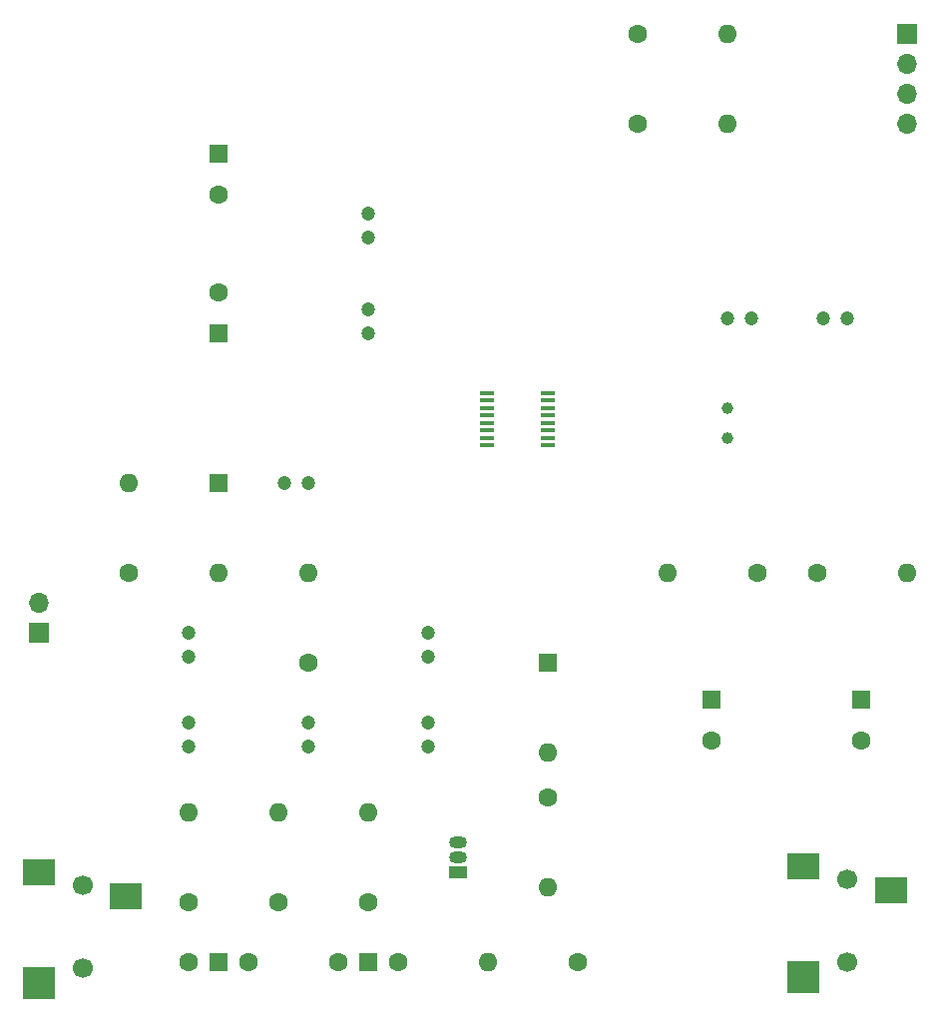
<source format=gbr>
%TF.GenerationSoftware,KiCad,Pcbnew,8.0.4*%
%TF.CreationDate,2024-11-30T00:07:58+09:00*%
%TF.ProjectId,radio_I2C,72616469-6f5f-4493-9243-2e6b69636164,rev?*%
%TF.SameCoordinates,Original*%
%TF.FileFunction,Soldermask,Top*%
%TF.FilePolarity,Negative*%
%FSLAX46Y46*%
G04 Gerber Fmt 4.6, Leading zero omitted, Abs format (unit mm)*
G04 Created by KiCad (PCBNEW 8.0.4) date 2024-11-30 00:07:58*
%MOMM*%
%LPD*%
G01*
G04 APERTURE LIST*
%ADD10R,1.600000X1.600000*%
%ADD11C,1.600000*%
%ADD12R,1.700000X1.700000*%
%ADD13O,1.700000X1.700000*%
%ADD14O,1.600000X1.600000*%
%ADD15R,1.500000X1.500000*%
%ADD16C,1.200000*%
%ADD17C,1.000000*%
%ADD18C,1.700000*%
%ADD19R,2.800000X2.200000*%
%ADD20R,2.800000X2.800000*%
%ADD21R,1.200000X0.400000*%
%ADD22R,1.500000X1.050000*%
%ADD23O,1.500000X1.050000*%
G04 APERTURE END LIST*
D10*
%TO.C,C8*%
X184040000Y-104700000D03*
D11*
X184040000Y-108200000D03*
%TD*%
D12*
%TO.C,J4*%
X114300000Y-99060000D03*
D13*
X114300000Y-96520000D03*
%TD*%
D10*
%TO.C,D2*%
X129540000Y-86360000D03*
D14*
X121920000Y-86360000D03*
%TD*%
D15*
%TO.C,SW2*%
X142240000Y-127000000D03*
D11*
X139700000Y-127000000D03*
X144780000Y-127000000D03*
%TD*%
D16*
%TO.C,C6*%
X172720000Y-72390000D03*
X174720000Y-72390000D03*
%TD*%
%TO.C,C5*%
X180880000Y-72390000D03*
X182880000Y-72390000D03*
%TD*%
D10*
%TO.C,C9*%
X129540000Y-58420000D03*
D11*
X129540000Y-61920000D03*
%TD*%
D12*
%TO.C,J1*%
X187960000Y-48260000D03*
D13*
X187960000Y-50800000D03*
X187960000Y-53340000D03*
X187960000Y-55880000D03*
%TD*%
D17*
%TO.C,Y1*%
X172720000Y-82550000D03*
X172720000Y-80010000D03*
%TD*%
D16*
%TO.C,C3*%
X137160000Y-108680000D03*
X137160000Y-106680000D03*
%TD*%
D15*
%TO.C,SW1*%
X129540000Y-127000000D03*
D11*
X127000000Y-127000000D03*
X132080000Y-127000000D03*
%TD*%
%TO.C,L1*%
X127000000Y-121920000D03*
D14*
X127000000Y-114300000D03*
%TD*%
D11*
%TO.C,R10*%
X121920000Y-93980000D03*
D14*
X129540000Y-93980000D03*
%TD*%
D11*
%TO.C,R8*%
X157480000Y-113030000D03*
D14*
X157480000Y-120650000D03*
%TD*%
D11*
%TO.C,R1*%
X165100000Y-48260000D03*
D14*
X172720000Y-48260000D03*
%TD*%
D18*
%TO.C,J2*%
X182880000Y-120000000D03*
X182880000Y-127000000D03*
D19*
X186580000Y-120900000D03*
X179180000Y-118900000D03*
D20*
X179180000Y-128300000D03*
%TD*%
D16*
%TO.C,C2*%
X142240000Y-73660000D03*
X142240000Y-71660000D03*
%TD*%
%TO.C,C12*%
X147320000Y-99060000D03*
X147320000Y-101060000D03*
%TD*%
%TO.C,C4*%
X142240000Y-65500000D03*
X142240000Y-63500000D03*
%TD*%
D21*
%TO.C,KT1*%
X152280000Y-78740000D03*
X152280000Y-79375000D03*
X152280000Y-80010000D03*
X152280000Y-80645000D03*
X152280000Y-81280000D03*
X152280000Y-81915000D03*
X152280000Y-82550000D03*
X152280000Y-83185000D03*
X157480000Y-83185000D03*
X157480000Y-82550000D03*
X157480000Y-81915000D03*
X157480000Y-81280000D03*
X157480000Y-80645000D03*
X157480000Y-80010000D03*
X157480000Y-79375000D03*
X157480000Y-78740000D03*
%TD*%
D16*
%TO.C,C11*%
X147320000Y-108680000D03*
X147320000Y-106680000D03*
%TD*%
%TO.C,C13*%
X127000000Y-101060000D03*
X127000000Y-99060000D03*
%TD*%
D10*
%TO.C,C7*%
X171340000Y-104700000D03*
D11*
X171340000Y-108200000D03*
%TD*%
D16*
%TO.C,C1*%
X127000000Y-108680000D03*
X127000000Y-106680000D03*
%TD*%
D10*
%TO.C,C10*%
X129540000Y-73660000D03*
D11*
X129540000Y-70160000D03*
%TD*%
D22*
%TO.C,Q1*%
X149860000Y-119380000D03*
D23*
X149860000Y-118110000D03*
X149860000Y-116840000D03*
%TD*%
D11*
%TO.C,R2*%
X165100000Y-55880000D03*
D14*
X172720000Y-55880000D03*
%TD*%
D10*
%TO.C,D1*%
X157480000Y-101600000D03*
D14*
X157480000Y-109220000D03*
%TD*%
D16*
%TO.C,C14*%
X135160000Y-86360000D03*
X137160000Y-86360000D03*
%TD*%
D11*
%TO.C,R9*%
X137160000Y-101600000D03*
D14*
X137160000Y-93980000D03*
%TD*%
D11*
%TO.C,R7*%
X160020000Y-127000000D03*
D14*
X152400000Y-127000000D03*
%TD*%
D11*
%TO.C,R6*%
X134620000Y-121920000D03*
D14*
X134620000Y-114300000D03*
%TD*%
D11*
%TO.C,R5*%
X142240000Y-121920000D03*
D14*
X142240000Y-114300000D03*
%TD*%
D18*
%TO.C,J3*%
X118000000Y-120480000D03*
X118000000Y-127480000D03*
D19*
X121700000Y-121380000D03*
X114300000Y-119380000D03*
D20*
X114300000Y-128780000D03*
%TD*%
D11*
%TO.C,R3*%
X175260000Y-93980000D03*
D14*
X167640000Y-93980000D03*
%TD*%
D11*
%TO.C,R4*%
X180340000Y-93980000D03*
D14*
X187960000Y-93980000D03*
%TD*%
M02*

</source>
